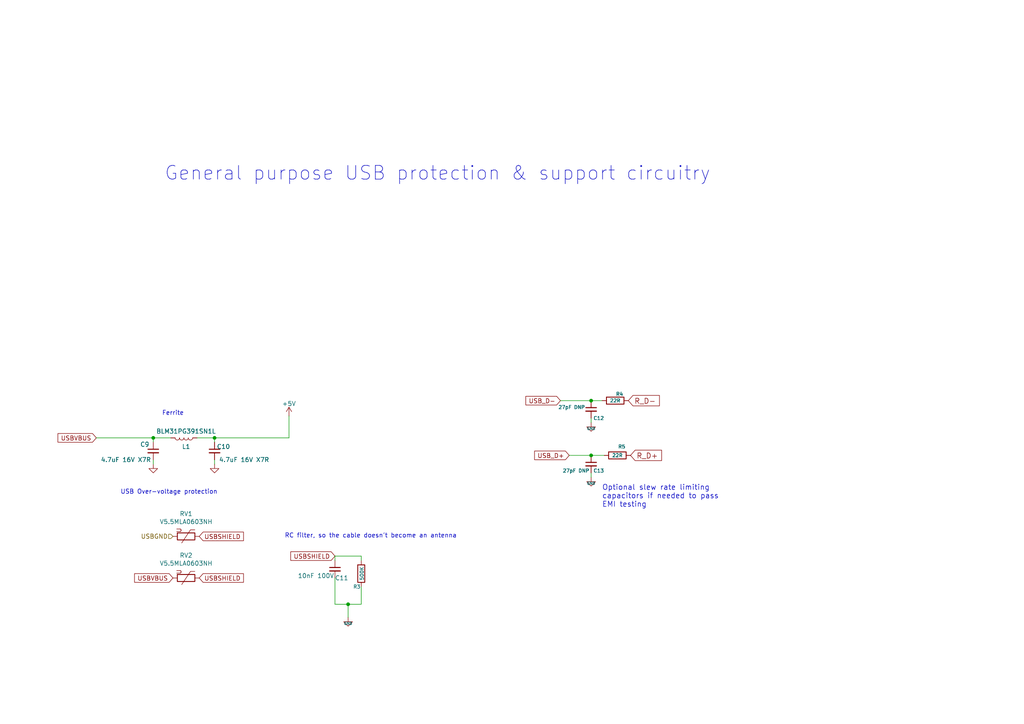
<source format=kicad_sch>
(kicad_sch (version 20211123) (generator eeschema)
  (paper "A4")
  (title_block (date "2016-05-06") (company "Keyboardio"))
  (lib_symbols
    (symbol "Device:C_Small" (pin_numbers hide) (pin_names (offset 0.254) hide)
      (property "Reference" "C" (at 0.254 1.778 0))
      (property "Value" "C_Small" (at 0.254 -2.032 0))
      (symbol "C_Small_0_1"
        (polyline (pts (xy -1.524 -0.508) (xy 1.524 -0.508)) (stroke (width 0.3302)))
        (polyline (pts (xy -1.524 0.508) (xy 1.524 0.508)) (stroke (width 0.3048)))
      )
      (symbol "C_Small_1_1"
        (pin passive line (at 0 2.54 270) (length 2.032) (name "~") (number "1"))
        (pin passive line (at 0 -2.54 90) (length 2.032) (name "~") (number "2"))
      )
    )
    (symbol "Device:L" (pin_numbers hide) (pin_names (offset 1.016) hide)
      (property "Reference" "L" (at -1.27 0 90))
      (property "Value" "L" (at 1.905 0 90))
      (symbol "L_0_1"
        (arc (start 0 -2.54) (mid 0.635 -1.905) (end 0 -1.27))
        (arc (start 0 -1.27) (mid 0.635 -0.635) (end 0 0))
        (arc (start 0 0) (mid 0.635 0.635) (end 0 1.27))
        (arc (start 0 1.27) (mid 0.635 1.905) (end 0 2.54))
      )
      (symbol "L_1_1"
        (pin passive line (at 0 3.81 270) (length 1.27) (name "1") (number "1"))
        (pin passive line (at 0 -3.81 90) (length 1.27) (name "2") (number "2"))
      )
    )
    (symbol "Device:R" (pin_numbers hide) (pin_names (offset 0))
      (property "Reference" "R" (at 2.032 0 90))
      (property "Value" "R" (at 0 0 90))
      (symbol "R_0_1"
        (rectangle (start -1.016 -2.54) (end 1.016 2.54) (stroke (width 0.254)))
      )
      (symbol "R_1_1"
        (pin passive line (at 0 3.81 270) (length 1.27) (name "~") (number "1"))
        (pin passive line (at 0 -3.81 90) (length 1.27) (name "~") (number "2"))
      )
    )
    (symbol "Device:Varistor" (pin_numbers hide) (pin_names (offset 0))
      (property "Reference" "RV" (at 3.175 0 90))
      (property "Value" "Varistor" (at -3.175 0 90))
      (symbol "Varistor_0_0"
        (text "U" (at -1.778 -2.032 0) (effects (font (size 1.27 1.27))))
      )
      (symbol "Varistor_0_1"
        (rectangle (start -1.016 -2.54) (end 1.016 2.54) (stroke (width 0.254)))
        (polyline (pts (xy -1.905 2.54) (xy -1.905 1.27) (xy 1.905 -1.27)))
      )
      (symbol "Varistor_1_1"
        (pin passive line (at 0 3.81 270) (length 1.27) (name "~") (number "1"))
        (pin passive line (at 0 -3.81 90) (length 1.27) (name "~") (number "2"))
      )
    )
    (symbol "power:+5V" (power) (pin_names (offset 0))
      (property "Value" "+5V" (at 0 3.556 0))
      (symbol "+5V_0_1"
        (polyline (pts (xy -0.762 1.27) (xy 0 2.54)))
        (polyline (pts (xy 0 0) (xy 0 2.54)))
        (polyline (pts (xy 0 2.54) (xy 0.762 1.27)))
      )
      (symbol "+5V_1_1"
        (pin power_in line (at 0 0 90) (length 0) hide (name "+5V") (number "1"))
      )
    )
    (symbol "power:GND" (power) (pin_names (offset 0))
      (property "Value" "GND" (at 0 -3.81 0))
      (symbol "GND_0_1"
        (polyline (pts (xy 0 0) (xy 0 -1.27) (xy 1.27 -1.27) (xy 0 -2.54) (xy -1.27 -1.27) (xy 0 -1.27)))
      )
      (symbol "GND_1_1"
        (pin power_in line (at 0 0 270) (length 0) hide (name "GND") (number "1"))
      )
    )
  )
  (junction (at 100.965 175.26))
  (junction (at 62.23 127))
  (junction (at 171.45 116.205))
  (junction (at 44.45 127))
  (junction (at 171.45 132.08))
  (wire (pts (xy 62.23 128.27) (xy 62.23 127)))
  (wire (pts (xy 83.82 127) (xy 83.82 120.65)))
  (wire (pts (xy 44.45 127) (xy 44.45 128.27)))
  (wire (pts (xy 100.965 179.07) (xy 100.965 175.26)))
  (wire (pts (xy 171.45 132.08) (xy 175.26 132.08)))
  (wire (pts (xy 171.45 116.205) (xy 174.625 116.205)))
  (wire (pts (xy 165.1 132.08) (xy 171.45 132.08)))
  (wire (pts (xy 171.45 121.285) (xy 171.45 122.555)))
  (wire (pts (xy 27.94 127) (xy 44.45 127)))
  (wire (pts (xy 104.775 162.56) (xy 104.775 161.29)))
  (wire (pts (xy 97.155 161.29) (xy 97.155 162.56)))
  (wire (pts (xy 62.23 133.35) (xy 62.23 134.62)))
  (wire (pts (xy 171.45 137.16) (xy 171.45 138.43)))
  (wire (pts (xy 44.45 127) (xy 49.53 127)))
  (wire (pts (xy 104.775 175.26) (xy 104.775 170.18)))
  (wire (pts (xy 162.56 116.205) (xy 171.45 116.205)))
  (wire (pts (xy 100.965 175.26) (xy 97.155 175.26)))
  (wire (pts (xy 104.775 161.29) (xy 97.155 161.29)))
  (wire (pts (xy 104.775 175.26) (xy 100.965 175.26)))
  (wire (pts (xy 44.45 134.62) (xy 44.45 133.35)))
  (wire (pts (xy 57.15 127) (xy 62.23 127)))
  (wire (pts (xy 62.23 127) (xy 83.82 127)))
  (wire (pts (xy 97.155 167.64) (xy 97.155 175.26)))
  (text "USB Over-voltage protection" (at 34.925 143.51 0) (effects (font (size 1.27 1.27)) (justify left bottom)))
  (text "Ferrite" (at 46.99 120.65 0) (effects (font (size 1.27 1.27)) (justify left bottom)))
  (text "RC filter, so the cable doesn't become an antenna\n" (at 82.55 156.21 0) (effects (font (size 1.27 1.27)) (justify left bottom)))
  (text "General purpose USB protection & support circuitry" (at 47.625 52.705 0) (effects (font (size 3.9878 3.9878)) (justify left bottom)))
  (text "Optional slew rate limiting\ncapacitors if needed to pass\nEMI testing" (at 174.625 147.32 0) (effects (font (size 1.524 1.524)) (justify left bottom)))
  (global_label "USBSHIELD" (shape input) (at 57.785 155.575 0) (property "Intersheet References" "${INTERSHEET_REFS}" (effects hide)))
  (global_label "USBSHIELD" (shape input) (at 57.785 167.64 0) (property "Intersheet References" "${INTERSHEET_REFS}" (effects hide)))
  (global_label "R_D+" (shape input) (at 182.88 132.08 0) (effects (font (size 1.524 1.524))) (property "Intersheet References" "${INTERSHEET_REFS}" (effects hide)))
  (global_label "USBSHIELD" (shape input) (at 97.155 161.29 180) (property "Intersheet References" "${INTERSHEET_REFS}" (effects hide)))
  (global_label "USBVBUS" (shape input) (at 27.94 127 180) (property "Intersheet References" "${INTERSHEET_REFS}" (effects hide)))
  (global_label "USB_D+" (shape input) (at 165.1 132.08 180) (property "Intersheet References" "${INTERSHEET_REFS}" (effects hide)))
  (global_label "USB_D-" (shape input) (at 162.56 116.205 180) (property "Intersheet References" "${INTERSHEET_REFS}" (effects hide)))
  (global_label "USBVBUS" (shape input) (at 50.165 167.64 180) (property "Intersheet References" "${INTERSHEET_REFS}" (effects hide)))
  (global_label "R_D-" (shape input) (at 182.245 116.205 0) (effects (font (size 1.524 1.524))) (property "Intersheet References" "${INTERSHEET_REFS}" (effects hide)))
  (hierarchical_label "USBGND" (shape input) (at 50.165 155.575 180))
  (symbol (lib_id "Device:L") (at 53.34 127 270) (unit 1)
    (property "Reference" "L1" (at 53.975 129.54 90))
    (property "Value" "BLM31PG391SN1L" (at 53.975 125.095 90))
    (property "Footprint" "Resistor_SMD:R_1206_3216Metric" (effects hide))
    (property "Datasheet" "http://search.murata.co.jp/Ceramy/image/img/PDF/ENG/L0110S0100BLM31P.pdf" (effects hide))
    (property "DigiKey" "490-5229-2-ND" (effects hide))
    (property "Manufacturer" "Murata" (effects hide))
    (property "Description" "FERRITE CHIP 390 OHM 2000MA 1206" (effects hide))
    (property "MPN" "BLM31PG391SN1L" (effects hide))
    (property "Seeed Part Num" "BLM31PG391SN1L" (effects hide))
    (property "LCSC" "C88995" (effects hide))
  )
  (symbol (lib_id "Device:R") (at 178.435 116.205 90) (mirror x) (unit 1)
    (property "Reference" "R4" (at 179.705 114.3 90) (effects (font (size 1.016 1.016))))
    (property "Value" "22R" (at 178.435 116.205 90) (effects (font (size 1.016 1.016))))
    (property "Footprint" "Resistor_SMD:R_0603_1608Metric" (effects hide))
    (property "Datasheet" "http://www.yageo.com/documents/recent/PYu-RC_Group_51_RoHS_L_9.pdf" (effects hide))
    (property "DigiKey" "311-22.0HRTR-ND" (effects hide))
    (property "MPN" "RC0603FR-0722RL" (effects hide))
    (property "Manufacturer" "Yaego" (effects hide))
    (property "Description" "RES SMD 22 OHM 1% 1/10W 0603" (effects hide))
    (property "Seeed Part Num" "RC0603FR-0722RL	" (effects hide))
    (property "LCSC" "C107701" (effects hide))
  )
  (symbol (lib_id "Device:R") (at 179.07 132.08 90) (mirror x) (unit 1)
    (property "Reference" "R5" (at 180.34 129.54 90) (effects (font (size 1.016 1.016))))
    (property "Value" "22R" (at 179.07 132.08 90) (effects (font (size 1.016 1.016))))
    (property "Footprint" "Resistor_SMD:R_0603_1608Metric" (effects hide))
    (property "Datasheet" "http://www.yageo.com/documents/recent/PYu-RC_Group_51_RoHS_L_9.pdf" (effects hide))
    (property "Description" "RES SMD 22 OHM 1% 1/10W 0603" (effects hide))
    (property "Manufacturer" "Yaego" (effects hide))
    (property "MPN" "RC0603FR-0722RL" (effects hide))
    (property "DigiKey" "311-22.0HRTR-ND" (effects hide))
    (property "Seeed Part Num" "RC0603FR-0722RL	" (effects hide))
    (property "LCSC" "C107701" (effects hide))
  )
  (symbol (lib_id "power:GND") (at 44.45 134.62 0) (unit 1)
    (property "Reference" "#PWR?" (effects hide))
    (property "Value" "GND" (effects hide))
  )
  (symbol (lib_id "power:GND") (at 62.23 134.62 0) (unit 1)
    (property "Reference" "#PWR?" (effects hide))
    (property "Value" "GND" (effects hide))
  )
  (symbol (lib_id "power:+5V") (at 83.82 120.65 0) (unit 1)
    (property "Reference" "#PWR?" (effects hide))
    (property "Value" "+5V" (at 83.82 117.094 0))
  )
  (symbol (lib_id "Device:C_Small") (at 44.45 130.81 0) (unit 1)
    (property "Reference" "C9" (at 40.64 128.905 0) (effects (justify left)))
    (property "Value" "4.7uF 16V X7R" (at 29.21 133.35 0) (effects (justify left)))
    (property "Footprint" "Capacitor_SMD:C_0805_2012Metric" (effects hide))
    (property "Datasheet" "http://www.yageo.com/documents/recent/UPY-GPHC_X7R_6.3V-to-50V_18.pdf" (effects hide))
    (property "DigiKey" "311-1883-2-ND" (effects hide))
    (property "MPN" "CC0805KKX7R7BB475" (effects hide))
    (property "Manufacturer" "Yaego" (effects hide))
    (property "Description" "CAP CER 4.7UF 16V X7R 0805" (effects hide))
    (property "Seeed Part Num" "CL21B475KOFNNNE" (effects hide))
    (property "LCSC" "C277499" (effects hide))
  )
  (symbol (lib_id "power:GND") (at 100.965 179.07 0) (unit 1)
    (property "Reference" "#PWR?" (effects hide))
    (property "Value" "VSS" (at 100.965 180.848 0) (effects (font (size 0.762 0.762))))
  )
  (symbol (lib_id "Device:R") (at 104.775 166.37 0) (unit 1)
    (property "Reference" "R3" (at 103.505 170.18 0) (effects (font (size 1.016 1.016))))
    (property "Value" "500K" (at 104.9528 166.3446 90) (effects (font (size 1.016 1.016))))
    (property "Footprint" "Resistor_SMD:R_0603_1608Metric" (effects hide))
    (property "Datasheet" "http://www.yageo.com/documents/recent/PYu-RC_Group_51_RoHS_L_10.pdf" (effects hide))
    (property "Description" "RES SMD 499K OHM 1% 1/10W 0603" (effects hide))
    (property "DigiKey" "311-499KHRTR-ND" (effects hide))
    (property "MPN" "RC0603FR-07499KL" (effects hide))
    (property "Manufacturer" "Yaego" (effects hide))
    (property "Seeed Part Num" "RC0603FR-07499KL	" (effects hide))
    (property "LCSC" "C131054" (effects hide))
  )
  (symbol (lib_id "Device:C_Small") (at 97.155 165.1 0) (unit 1)
    (property "Reference" "C11" (at 97.155 167.64 0) (effects (justify left)))
    (property "Value" "10nF 100V" (at 86.36 167.005 0) (effects (justify left)))
    (property "Footprint" "Capacitor_SMD:C_0805_2012Metric" (effects hide))
    (property "Datasheet" "http://www.yageo.com/documents/recent/UPY-NP0X7R_MV_100-to-630V_21.pdf" (effects hide))
    (property "DigiKey" "311-1475-1-ND" (effects hide))
    (property "MPN" "CC0805KRX7R0BB103" (effects hide))
    (property "Manufacturer" "Yaego" (effects hide))
    (property "Description" "CAP CER 10000PF 100V X7R 0805" (effects hide))
    (property "Seeed Part Num" "GCM21BR72A104KA37L	" (effects hide))
    (property "LCSC" "C107135" (effects hide))
  )
  (symbol (lib_id "Device:C_Small") (at 62.23 130.81 0) (unit 1)
    (property "Reference" "C10" (at 62.865 129.54 0) (effects (justify left)))
    (property "Value" "4.7uF 16V X7R" (at 63.5 133.35 0) (effects (justify left)))
    (property "Footprint" "Capacitor_SMD:C_0805_2012Metric" (effects hide))
    (property "Datasheet" "http://www.yageo.com/documents/recent/UPY-GPHC_X7R_6.3V-to-50V_18.pdf" (effects hide))
    (property "DigiKey" "311-1883-2-ND" (effects hide))
    (property "MPN" "CC0805KKX7R7BB475" (effects hide))
    (property "Manufacturer" "Yaego" (effects hide))
    (property "Description" "CAP CER 4.7UF 16V X7R 0805" (effects hide))
    (property "Seeed Part Num" "CL21B475KOFNNNE" (effects hide))
    (property "LCSC" "C277499" (effects hide))
  )
  (symbol (lib_id "power:GND") (at 171.45 122.555 0) (unit 1)
    (property "Reference" "#PWR?" (effects hide))
    (property "Value" "VSS" (at 171.45 124.333 0) (effects (font (size 0.762 0.762))))
  )
  (symbol (lib_id "Device:Varistor") (at 53.975 155.575 270) (unit 1)
    (property "Reference" "RV1" (at 53.975 149.0218 90))
    (property "Value" "V5.5MLA0603NH" (at 53.975 151.3332 90))
    (property "Footprint" "Resistor_SMD:R_0603_1608Metric" (effects hide))
    (property "Datasheet" "https://www.littelfuse.com/~/media/electronics/datasheets/varistors/littelfuse_varistor_mla_datasheet.pdf.pdf" (effects hide))
    (property "Manufacturer" "Littelfuse" (effects hide))
    (property "Description" "VARISTOR 8.2V 30A 0603" (effects hide))
    (property "DigiKey" "F3363CT-ND" (effects hide))
    (property "MPN" "V5.5MLA0603NH" (effects hide))
    (property "LCSC" "C118414" (effects hide))
  )
  (symbol (lib_id "Device:Varistor") (at 53.975 167.64 270) (unit 1)
    (property "Reference" "RV2" (at 53.975 161.0868 90))
    (property "Value" "V5.5MLA0603NH" (at 53.975 163.3982 90))
    (property "Footprint" "Resistor_SMD:R_0603_1608Metric" (effects hide))
    (property "Datasheet" "https://www.littelfuse.com/~/media/electronics/datasheets/varistors/littelfuse_varistor_mla_datasheet.pdf.pdf" (effects hide))
    (property "Manufacturer" "Littelfuse" (effects hide))
    (property "Description" "VARISTOR 8.2V 30A 0603" (effects hide))
    (property "DigiKey" "F3363CT-ND" (effects hide))
    (property "MPN" "V5.5MLA0603NH" (effects hide))
    (property "LCSC" "C118414" (effects hide))
  )
  (symbol (lib_id "Device:C_Small") (at 171.45 134.62 0) (unit 1)
    (property "Reference" "C13" (at 172.085 136.525 0) (effects (font (size 1.016 1.016)) (justify left)))
    (property "Value" "27pF DNP" (at 163.195 136.525 0) (effects (font (size 1.016 1.016)) (justify left)))
    (property "Footprint" "Capacitor_SMD:C_0603_1608Metric" (effects hide))
    (property "Datasheet" "http://www.yageo.com/documents/recent/UPY-GP_NP0_16V-to-50V_16.pdf" (effects hide))
    (property "MPN" "CC0603JRNPO9BN270" (effects hide))
    (property "Description" "CAP CER 27PF 50V C0G/NP0 0603" (effects hide))
    (property "DigiKey" "311-1063-1-ND" (effects hide))
    (property "Manufacturer" "Yaego" (effects hide))
    (property "Seeed Part Num" "CC0603JRNPO9BN270	" (effects hide))
    (property "LCSC" "C107045" (effects hide))
  )
  (symbol (lib_id "power:GND") (at 171.45 138.43 0) (unit 1)
    (property "Reference" "#PWR?" (effects hide))
    (property "Value" "VSS" (at 171.45 140.208 0) (effects (font (size 0.762 0.762))))
  )
  (symbol (lib_id "Device:C_Small") (at 171.45 118.745 0) (unit 1)
    (property "Reference" "C12" (at 172.085 121.285 0) (effects (font (size 1.016 1.016)) (justify left)))
    (property "Value" "27pF DNP" (at 161.925 118.11 0) (effects (font (size 1.016 1.016)) (justify left)))
    (property "Footprint" "Capacitor_SMD:C_0603_1608Metric" (effects hide))
    (property "Datasheet" "http://www.yageo.com/documents/recent/UPY-GP_NP0_16V-to-50V_16.pdf" (effects hide))
    (property "MPN" "CC0603JRNPO9BN270" (effects hide))
    (property "Description" "CAP CER 27PF 50V C0G/NP0 0603" (effects hide))
    (property "DigiKey" "311-1063-1-ND" (effects hide))
    (property "Manufacturer" "Yaego" (effects hide))
    (property "Seeed Part Num" "CC0603JRNPO9BN270	" (effects hide))
    (property "LCSC" "C107045" (effects hide))
  )
)
</source>
